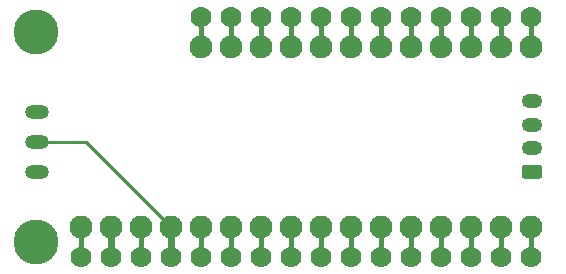
<source format=gbr>
%TF.GenerationSoftware,KiCad,Pcbnew,(5.1.7)-1*%
%TF.CreationDate,2020-11-03T10:24:41+11:00*%
%TF.ProjectId,physbryk_feather,70687973-6272-4796-9b5f-666561746865,rev?*%
%TF.SameCoordinates,Original*%
%TF.FileFunction,Copper,L2,Bot*%
%TF.FilePolarity,Positive*%
%FSLAX46Y46*%
G04 Gerber Fmt 4.6, Leading zero omitted, Abs format (unit mm)*
G04 Created by KiCad (PCBNEW (5.1.7)-1) date 2020-11-03 10:24:41*
%MOMM*%
%LPD*%
G01*
G04 APERTURE LIST*
%TA.AperFunction,ComponentPad*%
%ADD10O,1.750000X1.200000*%
%TD*%
%TA.AperFunction,ComponentPad*%
%ADD11C,1.778000*%
%TD*%
%TA.AperFunction,ComponentPad*%
%ADD12C,3.810000*%
%TD*%
%TA.AperFunction,ComponentPad*%
%ADD13C,1.930400*%
%TD*%
%TA.AperFunction,ComponentPad*%
%ADD14O,2.000000X1.200000*%
%TD*%
%TA.AperFunction,Conductor*%
%ADD15C,0.406400*%
%TD*%
%TA.AperFunction,Conductor*%
%ADD16C,0.609600*%
%TD*%
%TA.AperFunction,Conductor*%
%ADD17C,0.250000*%
%TD*%
G04 APERTURE END LIST*
D10*
%TO.P,J1,4*%
%TO.N,Net-(J1-Pad4)*%
X167640000Y-101950000D03*
%TO.P,J1,3*%
%TO.N,Net-(J1-Pad3)*%
X167640000Y-103950000D03*
%TO.P,J1,2*%
%TO.N,Net-(J1-Pad2)*%
X167640000Y-105950000D03*
%TO.P,J1,1*%
%TO.N,Net-(J1-Pad1)*%
%TA.AperFunction,ComponentPad*%
G36*
G01*
X168265001Y-108550000D02*
X167014999Y-108550000D01*
G75*
G02*
X166765000Y-108300001I0J249999D01*
G01*
X166765000Y-107599999D01*
G75*
G02*
X167014999Y-107350000I249999J0D01*
G01*
X168265001Y-107350000D01*
G75*
G02*
X168515000Y-107599999I0J-249999D01*
G01*
X168515000Y-108300001D01*
G75*
G02*
X168265001Y-108550000I-249999J0D01*
G01*
G37*
%TD.AperFunction*%
%TD*%
D11*
%TO.P,MS1,1*%
%TO.N,Net-(JP3-Pad16)*%
X129451100Y-115163600D03*
%TO.P,MS1,2*%
%TO.N,Net-(JP3-Pad15)*%
X131991100Y-115163600D03*
%TO.P,MS1,3*%
%TO.N,Net-(J1-Pad2)*%
X134531100Y-115163600D03*
%TO.P,MS1,4*%
%TO.N,Net-(J1-Pad1)*%
X137071100Y-115163600D03*
%TO.P,MS1,16*%
%TO.N,Net-(JP3-Pad1)*%
X167551100Y-115163600D03*
%TO.P,MS1,15*%
%TO.N,Net-(JP3-Pad2)*%
X165011100Y-115163600D03*
%TO.P,MS1,14*%
%TO.N,Net-(JP3-Pad3)*%
X162471100Y-115163600D03*
%TO.P,MS1,13*%
%TO.N,Net-(JP3-Pad4)*%
X159931100Y-115163600D03*
%TO.P,MS1,12*%
%TO.N,Net-(JP3-Pad5)*%
X157391100Y-115163600D03*
%TO.P,MS1,11*%
%TO.N,Net-(JP3-Pad6)*%
X154851100Y-115163600D03*
%TO.P,MS1,10*%
%TO.N,Net-(JP3-Pad7)*%
X152311100Y-115163600D03*
%TO.P,MS1,9*%
%TO.N,Net-(JP3-Pad8)*%
X149771100Y-115163600D03*
%TO.P,MS1,8*%
%TO.N,Net-(JP3-Pad9)*%
X147231100Y-115163600D03*
%TO.P,MS1,7*%
%TO.N,Net-(JP3-Pad10)*%
X144691100Y-115163600D03*
%TO.P,MS1,6*%
%TO.N,Net-(JP3-Pad11)*%
X142151100Y-115163600D03*
%TO.P,MS1,5*%
%TO.N,Net-(JP3-Pad12)*%
X139611100Y-115163600D03*
%TO.P,MS1,17*%
%TO.N,Net-(J1-Pad4)*%
X167551100Y-94843600D03*
%TO.P,MS1,18*%
%TO.N,Net-(J1-Pad3)*%
X165011100Y-94843600D03*
%TO.P,MS1,19*%
%TO.N,Net-(JP1-Pad10)*%
X162471100Y-94843600D03*
%TO.P,MS1,20*%
%TO.N,Net-(JP1-Pad9)*%
X159931100Y-94843600D03*
%TO.P,MS1,21*%
%TO.N,Net-(JP1-Pad8)*%
X157391100Y-94843600D03*
%TO.P,MS1,22*%
%TO.N,Net-(JP1-Pad7)*%
X154851100Y-94843600D03*
%TO.P,MS1,23*%
%TO.N,Net-(JP1-Pad6)*%
X152311100Y-94843600D03*
%TO.P,MS1,24*%
%TO.N,Net-(JP1-Pad5)*%
X149771100Y-94843600D03*
%TO.P,MS1,25*%
%TO.N,Net-(JP1-Pad4)*%
X147231100Y-94843600D03*
%TO.P,MS1,26*%
%TO.N,Net-(JP1-Pad3)*%
X144691100Y-94843600D03*
%TO.P,MS1,27*%
%TO.N,Net-(JP1-Pad2)*%
X142151100Y-94843600D03*
%TO.P,MS1,28*%
%TO.N,Net-(JP1-Pad1)*%
X139611100Y-94843600D03*
D12*
%TO.P,MS1,P$2*%
%TO.N,N/C*%
X125641100Y-113893600D03*
%TO.P,MS1,P$1*%
X125641100Y-96113600D03*
%TD*%
D13*
%TO.P,JP3,16*%
%TO.N,Net-(JP3-Pad16)*%
X129451100Y-112623600D03*
%TO.P,JP3,15*%
%TO.N,Net-(JP3-Pad15)*%
X131991100Y-112623600D03*
%TO.P,JP3,14*%
%TO.N,Net-(J1-Pad2)*%
X134531100Y-112623600D03*
%TO.P,JP3,13*%
%TO.N,Net-(J1-Pad1)*%
X137071100Y-112623600D03*
%TO.P,JP3,12*%
%TO.N,Net-(JP3-Pad12)*%
X139611100Y-112623600D03*
%TO.P,JP3,11*%
%TO.N,Net-(JP3-Pad11)*%
X142151100Y-112623600D03*
%TO.P,JP3,10*%
%TO.N,Net-(JP3-Pad10)*%
X144691100Y-112623600D03*
%TO.P,JP3,9*%
%TO.N,Net-(JP3-Pad9)*%
X147231100Y-112623600D03*
%TO.P,JP3,8*%
%TO.N,Net-(JP3-Pad8)*%
X149771100Y-112623600D03*
%TO.P,JP3,7*%
%TO.N,Net-(JP3-Pad7)*%
X152311100Y-112623600D03*
%TO.P,JP3,6*%
%TO.N,Net-(JP3-Pad6)*%
X154851100Y-112623600D03*
%TO.P,JP3,5*%
%TO.N,Net-(JP3-Pad5)*%
X157391100Y-112623600D03*
%TO.P,JP3,4*%
%TO.N,Net-(JP3-Pad4)*%
X159931100Y-112623600D03*
%TO.P,JP3,3*%
%TO.N,Net-(JP3-Pad3)*%
X162471100Y-112623600D03*
%TO.P,JP3,2*%
%TO.N,Net-(JP3-Pad2)*%
X165011100Y-112623600D03*
%TO.P,JP3,1*%
%TO.N,Net-(JP3-Pad1)*%
X167551100Y-112623600D03*
%TD*%
%TO.P,JP1,12*%
%TO.N,Net-(J1-Pad4)*%
X167551100Y-97383600D03*
%TO.P,JP1,11*%
%TO.N,Net-(J1-Pad3)*%
X165011100Y-97383600D03*
%TO.P,JP1,10*%
%TO.N,Net-(JP1-Pad10)*%
X162471100Y-97383600D03*
%TO.P,JP1,9*%
%TO.N,Net-(JP1-Pad9)*%
X159931100Y-97383600D03*
%TO.P,JP1,8*%
%TO.N,Net-(JP1-Pad8)*%
X157391100Y-97383600D03*
%TO.P,JP1,7*%
%TO.N,Net-(JP1-Pad7)*%
X154851100Y-97383600D03*
%TO.P,JP1,6*%
%TO.N,Net-(JP1-Pad6)*%
X152311100Y-97383600D03*
%TO.P,JP1,5*%
%TO.N,Net-(JP1-Pad5)*%
X149771100Y-97383600D03*
%TO.P,JP1,4*%
%TO.N,Net-(JP1-Pad4)*%
X147231100Y-97383600D03*
%TO.P,JP1,3*%
%TO.N,Net-(JP1-Pad3)*%
X144691100Y-97383600D03*
%TO.P,JP1,2*%
%TO.N,Net-(JP1-Pad2)*%
X142151100Y-97383600D03*
%TO.P,JP1,1*%
%TO.N,Net-(JP1-Pad1)*%
X139611100Y-97383600D03*
%TD*%
D14*
%TO.P,SW1,1*%
%TO.N,Net-(JP1-Pad2)*%
X125730000Y-102870000D03*
%TO.P,SW1,2*%
%TO.N,Net-(J1-Pad1)*%
X125730000Y-105410000D03*
%TO.P,SW1,3*%
%TO.N,Net-(SW1-Pad3)*%
X125730000Y-107950000D03*
%TD*%
D15*
%TO.N,Net-(JP3-Pad16)*%
X129451100Y-115163600D02*
X129451100Y-112623600D01*
D16*
%TO.N,Net-(JP3-Pad15)*%
X131991100Y-112623600D02*
X131991100Y-115163600D01*
D15*
%TO.N,Net-(JP3-Pad1)*%
X167551100Y-112623600D02*
X167551100Y-115163600D01*
%TO.N,Net-(JP3-Pad2)*%
X165011100Y-115163600D02*
X165011100Y-112623600D01*
%TO.N,Net-(JP3-Pad3)*%
X162471100Y-112623600D02*
X162471100Y-115163600D01*
%TO.N,Net-(JP3-Pad4)*%
X159931100Y-112623600D02*
X159931100Y-115163600D01*
%TO.N,Net-(JP3-Pad5)*%
X157391100Y-115163600D02*
X157391100Y-112623600D01*
%TO.N,Net-(JP3-Pad6)*%
X154851100Y-112623600D02*
X154851100Y-115163600D01*
%TO.N,Net-(JP3-Pad7)*%
X152311100Y-115163600D02*
X152311100Y-112623600D01*
%TO.N,Net-(JP3-Pad8)*%
X149771100Y-112623600D02*
X149771100Y-115163600D01*
%TO.N,Net-(JP3-Pad9)*%
X147231100Y-115163600D02*
X147231100Y-112623600D01*
%TO.N,Net-(JP3-Pad10)*%
X144691100Y-112623600D02*
X144691100Y-115163600D01*
%TO.N,Net-(JP3-Pad11)*%
X142151100Y-115163600D02*
X142151100Y-112623600D01*
%TO.N,Net-(JP3-Pad12)*%
X139611100Y-112623600D02*
X139611100Y-115163600D01*
%TO.N,Net-(JP1-Pad10)*%
X162471100Y-97383600D02*
X162471100Y-94843600D01*
%TO.N,Net-(JP1-Pad9)*%
X159931100Y-94843600D02*
X159931100Y-97383600D01*
%TO.N,Net-(JP1-Pad8)*%
X157391100Y-97383600D02*
X157391100Y-94843600D01*
%TO.N,Net-(JP1-Pad7)*%
X154851100Y-94843600D02*
X154851100Y-97383600D01*
%TO.N,Net-(JP1-Pad6)*%
X152311100Y-97383600D02*
X152311100Y-94843600D01*
%TO.N,Net-(JP1-Pad5)*%
X149771100Y-94843600D02*
X149771100Y-97383600D01*
%TO.N,Net-(JP1-Pad4)*%
X147231100Y-97383600D02*
X147231100Y-94843600D01*
%TO.N,Net-(JP1-Pad3)*%
X144691100Y-94843600D02*
X144691100Y-97383600D01*
%TO.N,Net-(JP1-Pad2)*%
X142151100Y-97383600D02*
X142151100Y-94843600D01*
%TO.N,Net-(JP1-Pad1)*%
X139611100Y-94843600D02*
X139611100Y-97383600D01*
D16*
%TO.N,Net-(J1-Pad1)*%
X137071100Y-112623600D02*
X137071100Y-115163600D01*
D17*
X129857500Y-105410000D02*
X137071100Y-112623600D01*
X125730000Y-105410000D02*
X129857500Y-105410000D01*
D15*
%TO.N,Net-(J1-Pad2)*%
X134531100Y-112623600D02*
X134531100Y-115163600D01*
%TO.N,Net-(J1-Pad3)*%
X165011100Y-94843600D02*
X165011100Y-97383600D01*
%TO.N,Net-(J1-Pad4)*%
X167551100Y-94843600D02*
X167551100Y-97383600D01*
%TD*%
M02*

</source>
